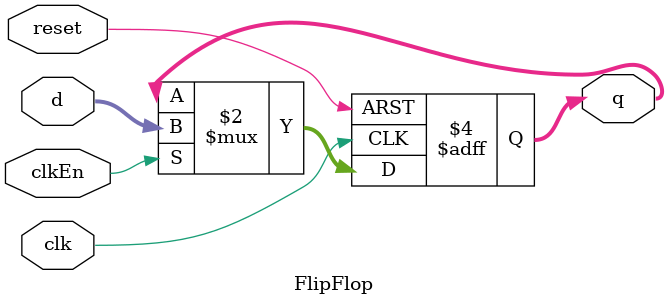
<source format=sv>
`timescale 1ns / 1ps


module FlipFlop #(parameter N=8)(
    input  logic [N-1:0] d,
    input  logic         clk,
    input  logic         clkEn,
    input  logic         reset,
    output logic [N-1:0] q
    );
    
    
    always_ff @ (posedge clk, posedge reset) begin
        if(reset) q <= 'b0;
        else if(clkEn) q <= d;
    end
    
endmodule

</source>
